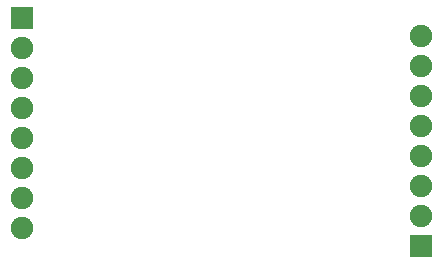
<source format=gbr>
G04 DipTrace 3.1.0.1*
G04 BottomMask.gbr*
%MOIN*%
G04 #@! TF.FileFunction,Soldermask,Bot*
G04 #@! TF.Part,Single*
%ADD24C,0.074929*%
%ADD26R,0.074929X0.074929*%
%FSLAX26Y26*%
G04*
G70*
G90*
G75*
G01*
G04 BotMask*
%LPD*%
D26*
X588357Y1369755D3*
D24*
Y1269755D3*
Y1169755D3*
Y1069755D3*
Y969755D3*
Y869755D3*
Y769755D3*
Y669755D3*
D26*
X1919607Y607255D3*
D24*
Y707255D3*
Y807255D3*
Y907255D3*
Y1007255D3*
Y1107255D3*
Y1207255D3*
Y1307255D3*
M02*

</source>
